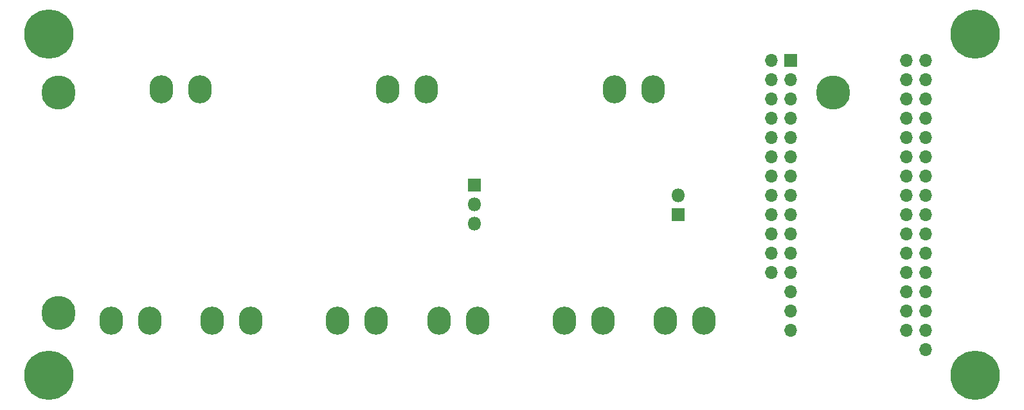
<source format=gbr>
%TF.GenerationSoftware,KiCad,Pcbnew,(5.1.6)-1*%
%TF.CreationDate,2020-09-09T14:21:18+02:00*%
%TF.ProjectId,TougherPowerMeter-FeatherWing,546f7567-6865-4725-906f-7765724d6574,rev?*%
%TF.SameCoordinates,Original*%
%TF.FileFunction,Soldermask,Top*%
%TF.FilePolarity,Negative*%
%FSLAX46Y46*%
G04 Gerber Fmt 4.6, Leading zero omitted, Abs format (unit mm)*
G04 Created by KiCad (PCBNEW (5.1.6)-1) date 2020-09-09 14:21:18*
%MOMM*%
%LPD*%
G01*
G04 APERTURE LIST*
%ADD10C,4.500000*%
%ADD11O,1.700000X1.700000*%
%ADD12R,1.700000X1.700000*%
%ADD13O,1.800000X1.800000*%
%ADD14R,1.800000X1.800000*%
%ADD15C,0.900000*%
%ADD16C,6.500000*%
%ADD17O,3.100000X3.700000*%
G04 APERTURE END LIST*
D10*
%TO.C,FID3*%
X201000000Y-64000000D03*
%TD*%
%TO.C,FID2*%
X99000000Y-64000000D03*
%TD*%
%TO.C,FID1*%
X99000000Y-93000000D03*
%TD*%
D11*
%TO.C,U3*%
X213217000Y-95266000D03*
X213217000Y-97806000D03*
X213217000Y-92726000D03*
X213217000Y-90186000D03*
X213217000Y-87646000D03*
X213217000Y-85106000D03*
X213217000Y-82566000D03*
X213217000Y-80026000D03*
X213217000Y-77486000D03*
X213217000Y-74946000D03*
X213217000Y-72406000D03*
X213217000Y-69866000D03*
X213217000Y-67326000D03*
X213217000Y-64786000D03*
X213217000Y-62246000D03*
X213217000Y-59706000D03*
X192897000Y-74946000D03*
X192897000Y-77486000D03*
X192897000Y-80026000D03*
X192897000Y-85106000D03*
X192897000Y-82566000D03*
X192897000Y-59706000D03*
X192897000Y-62246000D03*
X192897000Y-64786000D03*
X192897000Y-67326000D03*
X192897000Y-69866000D03*
X192897000Y-72406000D03*
X192897000Y-87646000D03*
%TD*%
%TO.C,A1*%
X210677000Y-95266000D03*
X195437000Y-95266000D03*
X210677000Y-59706000D03*
X195437000Y-92726000D03*
X210677000Y-62246000D03*
X195437000Y-90186000D03*
X210677000Y-64786000D03*
X195437000Y-87646000D03*
X210677000Y-67326000D03*
X195437000Y-85106000D03*
X210677000Y-69866000D03*
X195437000Y-82566000D03*
X210677000Y-72406000D03*
X195437000Y-80026000D03*
X210677000Y-74946000D03*
X195437000Y-77486000D03*
X210677000Y-77486000D03*
X195437000Y-74946000D03*
X210677000Y-80026000D03*
X195437000Y-72406000D03*
X210677000Y-82566000D03*
X195437000Y-69866000D03*
X210677000Y-85106000D03*
X195437000Y-67326000D03*
X210677000Y-87646000D03*
X195437000Y-64786000D03*
X210677000Y-90186000D03*
X195437000Y-62246000D03*
X210677000Y-92726000D03*
D12*
X195437000Y-59706000D03*
%TD*%
D13*
%TO.C,J1*%
X180578000Y-77486000D03*
D14*
X180578000Y-80026000D03*
%TD*%
D15*
%TO.C,H4*%
X221447056Y-102947056D03*
X222150000Y-101250000D03*
X221447056Y-99552944D03*
X219750000Y-98850000D03*
X218052944Y-99552944D03*
X217350000Y-101250000D03*
X218052944Y-102947056D03*
X219750000Y-103650000D03*
D16*
X219750000Y-101250000D03*
%TD*%
D15*
%TO.C,H3*%
X99447056Y-102947056D03*
X100150000Y-101250000D03*
X99447056Y-99552944D03*
X97750000Y-98850000D03*
X96052944Y-99552944D03*
X95350000Y-101250000D03*
X96052944Y-102947056D03*
X97750000Y-103650000D03*
D16*
X97750000Y-101250000D03*
%TD*%
D15*
%TO.C,H2*%
X221447056Y-57947056D03*
X222150000Y-56250000D03*
X221447056Y-54552944D03*
X219750000Y-53850000D03*
X218052944Y-54552944D03*
X217350000Y-56250000D03*
X218052944Y-57947056D03*
X219750000Y-58650000D03*
D16*
X219750000Y-56250000D03*
%TD*%
D15*
%TO.C,H1*%
X99447056Y-57947056D03*
X100150000Y-56250000D03*
X99447056Y-54552944D03*
X97750000Y-53850000D03*
X96052944Y-54552944D03*
X95350000Y-56250000D03*
X96052944Y-57947056D03*
X97750000Y-58650000D03*
D16*
X97750000Y-56250000D03*
%TD*%
D13*
%TO.C,J11*%
X153781000Y-81232500D03*
X153781000Y-78692500D03*
D14*
X153781000Y-76152500D03*
%TD*%
D17*
%TO.C,J10*%
X110982000Y-93996000D03*
X105902000Y-93996000D03*
%TD*%
%TO.C,J9*%
X154162000Y-93996000D03*
X149082000Y-93996000D03*
%TD*%
%TO.C,J8*%
X184007000Y-93996000D03*
X178927000Y-93996000D03*
%TD*%
%TO.C,J7*%
X124317000Y-93996000D03*
X119237000Y-93996000D03*
%TD*%
%TO.C,J6*%
X140827000Y-93996000D03*
X135747000Y-93996000D03*
%TD*%
%TO.C,J5*%
X170672000Y-93996000D03*
X165592000Y-93996000D03*
%TD*%
%TO.C,J4*%
X112506000Y-63516000D03*
X117586000Y-63516000D03*
%TD*%
%TO.C,J3*%
X142351000Y-63516000D03*
X147431000Y-63516000D03*
%TD*%
%TO.C,J2*%
X172196000Y-63516000D03*
X177276000Y-63516000D03*
%TD*%
M02*

</source>
